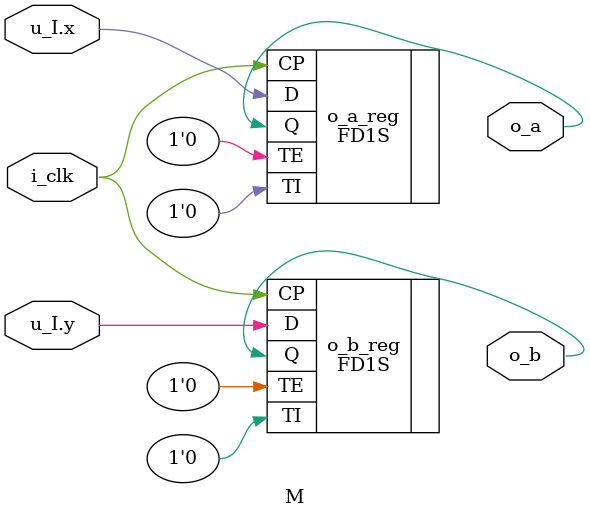
<source format=v>


module M ( \u_I.x , \u_I.y , i_clk, o_a, o_b );
  input i_clk;
  output o_a, o_b;
  inout \u_I.x ,  \u_I.y ;

  tri   \u_I.x ;
  tri   \u_I.y ;

  FD1S o_a_reg ( .D(\u_I.x ), .TI(1'b0), .TE(1'b0), .CP(i_clk), .Q(o_a) );
  FD1S o_b_reg ( .D(\u_I.y ), .TI(1'b0), .TE(1'b0), .CP(i_clk), .Q(o_b) );
endmodule


</source>
